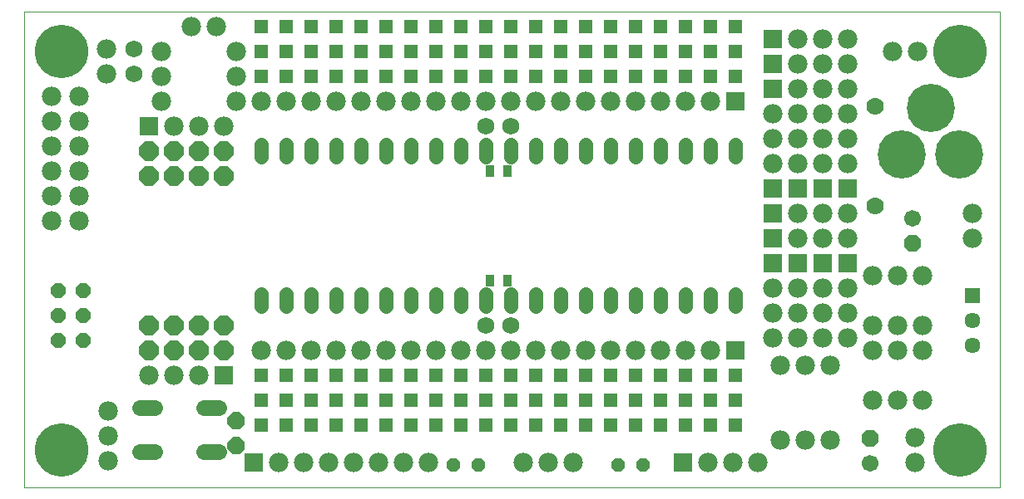
<source format=gbs>
G75*
G70*
%OFA0B0*%
%FSLAX24Y24*%
%IPPOS*%
%LPD*%
%AMOC8*
5,1,8,0,0,1.08239X$1,22.5*
%
%ADD10C,0.0000*%
%ADD11C,0.0560*%
%ADD12OC8,0.0700*%
%ADD13OC8,0.0600*%
%ADD14C,0.0640*%
%ADD15OC8,0.0560*%
%ADD16C,0.0700*%
%ADD17R,0.0634X0.0634*%
%ADD18C,0.0634*%
%ADD19OC8,0.0670*%
%ADD20C,0.0670*%
%ADD21C,0.1930*%
%ADD22C,0.0780*%
%ADD23C,0.2140*%
%ADD24R,0.0780X0.0780*%
%ADD25OC8,0.0780*%
%ADD26R,0.0555X0.0555*%
%ADD27C,0.0690*%
%ADD28R,0.0355X0.0512*%
D10*
X000460Y000460D02*
X039560Y000460D01*
X039560Y019560D01*
X000460Y019560D01*
X000460Y000460D01*
D11*
X009960Y007700D02*
X009960Y008220D01*
X010960Y008220D02*
X010960Y007700D01*
X011960Y007700D02*
X011960Y008220D01*
X012960Y008220D02*
X012960Y007700D01*
X013960Y007700D02*
X013960Y008220D01*
X014960Y008220D02*
X014960Y007700D01*
X015960Y007700D02*
X015960Y008220D01*
X016960Y008220D02*
X016960Y007700D01*
X017960Y007700D02*
X017960Y008220D01*
X018960Y008220D02*
X018960Y007700D01*
X019960Y007700D02*
X019960Y008220D01*
X020960Y008220D02*
X020960Y007700D01*
X021960Y007700D02*
X021960Y008220D01*
X022960Y008220D02*
X022960Y007700D01*
X023960Y007700D02*
X023960Y008220D01*
X024960Y008220D02*
X024960Y007700D01*
X025960Y007700D02*
X025960Y008220D01*
X026960Y008220D02*
X026960Y007700D01*
X027960Y007700D02*
X027960Y008220D01*
X028960Y008220D02*
X028960Y007700D01*
X028960Y013700D02*
X028960Y014220D01*
X027960Y014220D02*
X027960Y013700D01*
X026960Y013700D02*
X026960Y014220D01*
X025960Y014220D02*
X025960Y013700D01*
X024960Y013700D02*
X024960Y014220D01*
X023960Y014220D02*
X023960Y013700D01*
X022960Y013700D02*
X022960Y014220D01*
X021960Y014220D02*
X021960Y013700D01*
X020960Y013700D02*
X020960Y014220D01*
X019960Y014220D02*
X019960Y013700D01*
X018960Y013700D02*
X018960Y014220D01*
X017960Y014220D02*
X017960Y013700D01*
X016960Y013700D02*
X016960Y014220D01*
X015960Y014220D02*
X015960Y013700D01*
X014960Y013700D02*
X014960Y014220D01*
X013960Y014220D02*
X013960Y013700D01*
X012960Y013700D02*
X012960Y014220D01*
X011960Y014220D02*
X011960Y013700D01*
X010960Y013700D02*
X010960Y014220D01*
X009960Y014220D02*
X009960Y013700D01*
D12*
X008960Y003110D03*
X008960Y002110D03*
D13*
X002810Y006360D03*
X001810Y006360D03*
X001810Y007360D03*
X002810Y007360D03*
X002810Y008360D03*
X001810Y008360D03*
D14*
X005080Y003650D02*
X005680Y003650D01*
X007640Y003650D02*
X008240Y003650D01*
X008240Y001870D02*
X007640Y001870D01*
X005680Y001870D02*
X005080Y001870D01*
D15*
X017660Y001360D03*
X018660Y001360D03*
X024260Y001360D03*
X025260Y001360D03*
D16*
X034560Y011760D03*
X034560Y015760D03*
D17*
X038460Y008160D03*
D18*
X038460Y007160D03*
X038460Y006160D03*
D19*
X034360Y002410D03*
X036060Y010260D03*
D20*
X036060Y011260D03*
X034360Y001410D03*
D21*
X035603Y013821D03*
X037925Y013821D03*
X036784Y015671D03*
D22*
X033460Y015460D03*
X032460Y015460D03*
X031460Y015460D03*
X030460Y015460D03*
X030460Y014460D03*
X031460Y014460D03*
X032460Y014460D03*
X033460Y014460D03*
X033460Y013460D03*
X032460Y013460D03*
X031460Y013460D03*
X030460Y013460D03*
X031460Y011460D03*
X032460Y011460D03*
X033460Y011460D03*
X033460Y010460D03*
X032460Y010460D03*
X031460Y010460D03*
X034460Y008960D03*
X035460Y008960D03*
X036460Y008960D03*
X038460Y010460D03*
X038460Y011460D03*
X033460Y008460D03*
X032460Y008460D03*
X031460Y008460D03*
X030460Y008460D03*
X030460Y007460D03*
X031460Y007460D03*
X032460Y007460D03*
X033460Y007460D03*
X034460Y006960D03*
X033460Y006460D03*
X032460Y006460D03*
X031460Y006460D03*
X030460Y006460D03*
X030760Y005360D03*
X031760Y005360D03*
X032760Y005360D03*
X034460Y005960D03*
X035460Y005960D03*
X036460Y005960D03*
X036460Y006960D03*
X035460Y006960D03*
X035460Y003960D03*
X036460Y003960D03*
X034460Y003960D03*
X036160Y002460D03*
X036160Y001460D03*
X032760Y002360D03*
X031760Y002360D03*
X030760Y002360D03*
X029860Y001460D03*
X028860Y001460D03*
X027860Y001460D03*
X022460Y001460D03*
X021460Y001460D03*
X020460Y001460D03*
X016660Y001460D03*
X015660Y001460D03*
X014660Y001460D03*
X013660Y001460D03*
X012660Y001460D03*
X011660Y001460D03*
X010660Y001460D03*
X003810Y001510D03*
X003810Y002510D03*
X003810Y003510D03*
X005460Y004960D03*
X006460Y004960D03*
X007460Y004960D03*
X009960Y005960D03*
X010960Y005960D03*
X011960Y005960D03*
X012960Y005960D03*
X013960Y005960D03*
X014960Y005960D03*
X015960Y005960D03*
X016960Y005960D03*
X017960Y005960D03*
X018960Y005960D03*
X019960Y005960D03*
X020960Y005960D03*
X021960Y005960D03*
X022960Y005960D03*
X023960Y005960D03*
X024960Y005960D03*
X025960Y005960D03*
X026960Y005960D03*
X027960Y005960D03*
X008460Y014960D03*
X007460Y014960D03*
X006460Y014960D03*
X005960Y015960D03*
X005960Y016960D03*
X005960Y017960D03*
X007160Y018960D03*
X008160Y018960D03*
X008960Y017960D03*
X008960Y016960D03*
X008960Y015960D03*
X009960Y015960D03*
X010960Y015960D03*
X011960Y015960D03*
X012960Y015960D03*
X013960Y015960D03*
X014960Y015960D03*
X015960Y015960D03*
X016960Y015960D03*
X017960Y015960D03*
X018960Y015960D03*
X019960Y015960D03*
X020960Y015960D03*
X021960Y015960D03*
X022960Y015960D03*
X023960Y015960D03*
X024960Y015960D03*
X025960Y015960D03*
X026960Y015960D03*
X027960Y015960D03*
X031460Y016460D03*
X032460Y016460D03*
X033460Y016460D03*
X033460Y017460D03*
X032460Y017460D03*
X031460Y017460D03*
X031460Y018460D03*
X032460Y018460D03*
X033460Y018460D03*
X035260Y017960D03*
X036260Y017960D03*
X003760Y018060D03*
X003760Y017060D03*
X002660Y016160D03*
X001560Y016160D03*
X001560Y015160D03*
X002660Y015160D03*
X002660Y014160D03*
X001560Y014160D03*
X001560Y013160D03*
X002660Y013160D03*
X002660Y012160D03*
X001560Y012160D03*
X001560Y011160D03*
X002660Y011160D03*
D23*
X001960Y017960D03*
X001960Y001960D03*
X037960Y001960D03*
X037960Y017960D03*
D24*
X030460Y017460D03*
X030460Y016460D03*
X028960Y015960D03*
X030460Y018460D03*
X030460Y012460D03*
X031460Y012460D03*
X032460Y012460D03*
X033460Y012460D03*
X030460Y011460D03*
X030460Y010460D03*
X030460Y009460D03*
X031460Y009460D03*
X032460Y009460D03*
X033460Y009460D03*
X028960Y005960D03*
X026860Y001460D03*
X009660Y001460D03*
X008460Y004960D03*
X005460Y014960D03*
D25*
X005460Y013960D03*
X006460Y013960D03*
X007460Y013960D03*
X008460Y013960D03*
X008460Y012960D03*
X007460Y012960D03*
X006460Y012960D03*
X005460Y012960D03*
X005460Y006960D03*
X006460Y006960D03*
X007460Y006960D03*
X008460Y006960D03*
X008460Y005960D03*
X007460Y005960D03*
X006460Y005960D03*
X005460Y005960D03*
D26*
X009960Y004960D03*
X010960Y004960D03*
X011960Y004960D03*
X012960Y004960D03*
X013960Y004960D03*
X014960Y004960D03*
X015960Y004960D03*
X016960Y004960D03*
X017960Y004960D03*
X018960Y004960D03*
X019960Y004960D03*
X020960Y004960D03*
X021960Y004960D03*
X022960Y004960D03*
X023960Y004960D03*
X024960Y004960D03*
X025960Y004960D03*
X026960Y004960D03*
X027960Y004960D03*
X028960Y004960D03*
X028960Y003960D03*
X027960Y003960D03*
X026960Y003960D03*
X025960Y003960D03*
X024960Y003960D03*
X023960Y003960D03*
X022960Y003960D03*
X021960Y003960D03*
X020960Y003960D03*
X019960Y003960D03*
X018960Y003960D03*
X017960Y003960D03*
X016960Y003960D03*
X015960Y003960D03*
X014960Y003960D03*
X013960Y003960D03*
X012960Y003960D03*
X011960Y003960D03*
X010960Y003960D03*
X009960Y003960D03*
X009960Y002960D03*
X010960Y002960D03*
X011960Y002960D03*
X012960Y002960D03*
X013960Y002960D03*
X014960Y002960D03*
X015960Y002960D03*
X016960Y002960D03*
X017960Y002960D03*
X018960Y002960D03*
X019960Y002960D03*
X020960Y002960D03*
X021960Y002960D03*
X022960Y002960D03*
X023960Y002960D03*
X024960Y002960D03*
X025960Y002960D03*
X026960Y002960D03*
X027960Y002960D03*
X028960Y002960D03*
X028960Y016960D03*
X027960Y016960D03*
X026960Y016960D03*
X025960Y016960D03*
X024960Y016960D03*
X023960Y016960D03*
X022960Y016960D03*
X021960Y016960D03*
X020960Y016960D03*
X019960Y016960D03*
X018960Y016960D03*
X017960Y016960D03*
X016960Y016960D03*
X015960Y016960D03*
X014960Y016960D03*
X013960Y016960D03*
X012960Y016960D03*
X011960Y016960D03*
X010960Y016960D03*
X009960Y016960D03*
X009960Y017960D03*
X010960Y017960D03*
X011960Y017960D03*
X012960Y017960D03*
X013960Y017960D03*
X014960Y017960D03*
X015960Y017960D03*
X016960Y017960D03*
X017960Y017960D03*
X018960Y017960D03*
X019960Y017960D03*
X020960Y017960D03*
X021960Y017960D03*
X022960Y017960D03*
X023960Y017960D03*
X024960Y017960D03*
X025960Y017960D03*
X026960Y017960D03*
X027960Y017960D03*
X028960Y017960D03*
X028960Y018960D03*
X027960Y018960D03*
X026960Y018960D03*
X025960Y018960D03*
X024960Y018960D03*
X023960Y018960D03*
X022960Y018960D03*
X021960Y018960D03*
X020960Y018960D03*
X019960Y018960D03*
X018960Y018960D03*
X017960Y018960D03*
X016960Y018960D03*
X015960Y018960D03*
X014960Y018960D03*
X013960Y018960D03*
X012960Y018960D03*
X011960Y018960D03*
X010960Y018960D03*
X009960Y018960D03*
D27*
X004860Y018060D03*
X004860Y017060D03*
X018960Y014960D03*
X019960Y014960D03*
X019960Y006960D03*
X018960Y006960D03*
D28*
X019106Y008760D03*
X019814Y008760D03*
X019814Y013160D03*
X019106Y013160D03*
M02*

</source>
